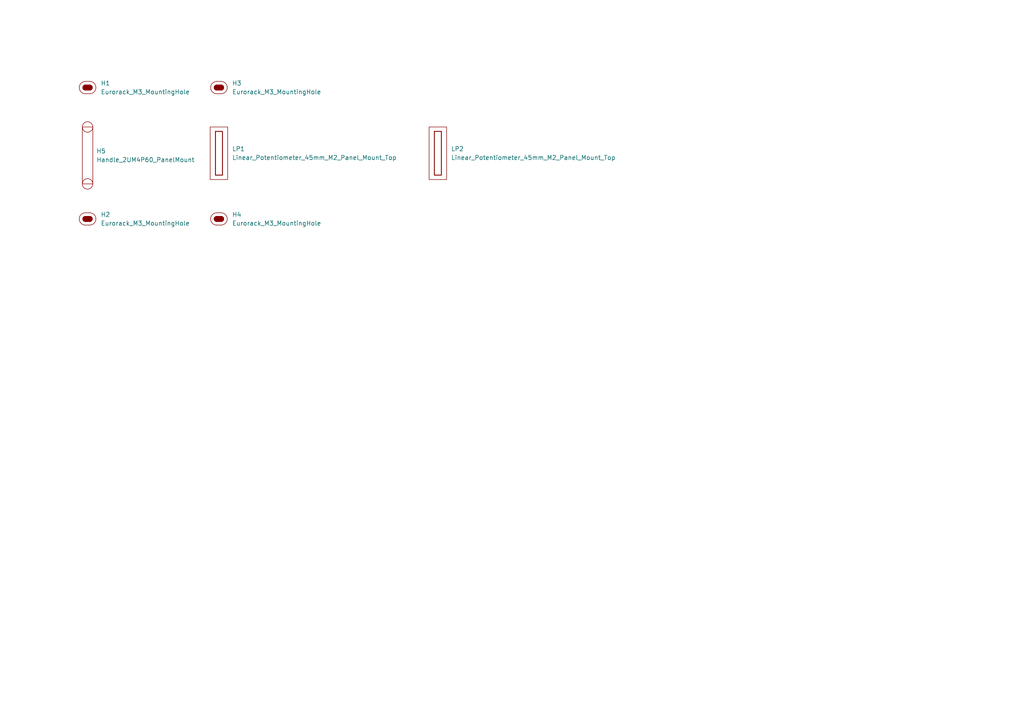
<source format=kicad_sch>
(kicad_sch (version 20250114) (generator "eeschema") (generator_version "9.0")
  (paper "A4")
  (lib_symbols
    (symbol "EXC:Eurorack_M3_MountingHole" (pin_names (offset 1.016))
      (property "Reference" "H" (at 0 5.08 0))
      (property "Value" "Eurorack_M3_MountingHole" (at 0 3.175 0))
      (symbol "Eurorack_M3_MountingHole_0_1"
        (polyline (pts (xy -0.635 0.762) (xy 0.635 0.762)))
        (circle (center -0.635 0) (radius 0.762) (fill (type outline)))
        (arc (start -0.635 -0.762) (mid -1.397 0) (end -0.635 0.762))
        (arc (start -0.635 -1.778) (mid -2.413 0) (end -0.635 1.778))
        (polyline (pts (xy -0.635 -0.762) (xy 0.635 -0.762)))
        (polyline (pts (xy -0.635 -1.778) (xy 0.635 -1.778)))
        (circle (center 0 0) (radius 0.762) (fill (type outline)))
        (polyline (pts (xy 0.635 1.778) (xy -0.635 1.778)))
        (arc (start 0.6141 1.778) (mid 2.4131 0) (end 0.6141 -1.778))
        (arc (start 0.6227 0.762) (mid 1.3971 0) (end 0.6227 -0.762))
        (circle (center 0.635 0) (radius 0.762) (fill (type outline)))
      )
    )
    (symbol "EXC:Handle_2UM4P60_A"
      (property "Reference" "H" (at 0 -2.794 0))
      (property "Value" "Handle_2UM4P60_PanelMount" (at 0.254 -20.828 0))
      (symbol "Handle_2UM4P60_A_0_1"
        (rectangle (start -1.524 0) (end 1.524 -16.51))
        (circle (center 0 0) (radius 1.524))
        (circle (center 0 -16.51) (radius 1.524))
      )
    )
    (symbol "EXC:Linear_Potentiometer_45mm_M2_Panel_Mount_Top" (pin_numbers (hide yes)) (pin_names (offset 0))
      (property "Reference" "LP" (at 0 8.636 0))
      (property "Value" "Linear_Potentiometer_45mm_M2_Panel_Mount_Top" (at 0.254 -8.89 0))
      (symbol "Linear_Potentiometer_45mm_M2_Panel_Mount_Top_0_1"
        (rectangle (start -2.54 7.62) (end 2.54 -7.62))
        (rectangle (start -1.016 6.35) (end 1.016 -6.35) (stroke (width 0.254)))
      )
    )
  )
  (symbol (lib_id "EXC:Linear_Potentiometer_45mm_M2_Panel_Mount_Top") (at 127 44.45 0) (unit 1)
    (property "Reference" "LP2" (at 130.81 43.1799 0) (effects (justify left)))
    (property "Value" "Linear_Potentiometer_45mm_M2_Panel_Mount_Top" (at 130.81 45.7199 0) (effects (justify left)))
    (property "Footprint" "EXC:Linear_Potentiometer_45mm_M2_Panel_Mount_Top" (effects (hide yes)))
    (property "Datasheet" "https://cdn-shop.adafruit.com/product-files/4272/P4272+C13403-001+Data+Sheet+.pdf" (effects (hide yes)))
    (property "Description" "Slide Potentiometer with Knob - 45mm Long - 10KΩ. Panel-mounted with 2x M2 screws, 41mm apart." (effects (hide yes)))
    (property "Source" "https://www.adafruit.com/product/4272" (effects (hide yes)))
  )
  (symbol (lib_id "EXC:Handle_2UM4P60_A") (at 25.4 36.83 0) (unit 1)
    (property "Reference" "H5" (at 27.94 43.8149 0) (effects (justify left)))
    (property "Value" "Handle_2UM4P60_PanelMount" (at 27.94 46.3549 0) (effects (justify left)))
    (property "Footprint" "EXC:Handle_2UM4P60_A" (effects (hide yes)))
    (property "Datasheet" "https://ae-pic-a1.aliexpress-media.com/kf/Sbae1622782804f9f92841f71c2bff088U.jpg" (effects (hide yes)))
    (property "Description" "The part of the 60mm handle that has the holes for the mounting screws" (effects (hide yes)))
    (property "Source" "https://www.aliexpress.com/item/1005007166949940.html" (effects (hide yes)))
  )
  (symbol (lib_id "EXC:Eurorack_M3_MountingHole") (at 25.4 63.5 0) (unit 1)
    (property "Reference" "H2" (at 29.21 62.2299 0) (effects (justify left)))
    (property "Value" "Eurorack_M3_MountingHole" (at 29.21 64.7699 0) (effects (justify left)))
    (property "Footprint" "EXC:MountingHole_3.2mm_M3" (effects (hide yes)))
    (property "Description" "Mounting Hole without connection" (effects (hide yes)))
  )
  (symbol (lib_id "EXC:Eurorack_M3_MountingHole") (at 63.5 25.4 0) (unit 1)
    (property "Reference" "H3" (at 67.31 24.1299 0) (effects (justify left)))
    (property "Value" "Eurorack_M3_MountingHole" (at 67.31 26.6699 0) (effects (justify left)))
    (property "Footprint" "EXC:MountingHole_3.2mm_M3" (effects (hide yes)))
    (property "Description" "Mounting Hole without connection" (effects (hide yes)))
  )
  (symbol (lib_id "EXC:Eurorack_M3_MountingHole") (at 63.5 63.5 0) (unit 1)
    (property "Reference" "H4" (at 67.31 62.2299 0) (effects (justify left)))
    (property "Value" "Eurorack_M3_MountingHole" (at 67.31 64.7699 0) (effects (justify left)))
    (property "Footprint" "EXC:MountingHole_3.2mm_M3" (effects (hide yes)))
    (property "Description" "Mounting Hole without connection" (effects (hide yes)))
  )
  (symbol (lib_id "EXC:Linear_Potentiometer_45mm_M2_Panel_Mount_Top") (at 63.5 44.45 0) (unit 1)
    (property "Reference" "LP1" (at 67.31 43.1799 0) (effects (justify left)))
    (property "Value" "Linear_Potentiometer_45mm_M2_Panel_Mount_Top" (at 67.31 45.7199 0) (effects (justify left)))
    (property "Footprint" "EXC:Linear_Potentiometer_45mm_M2_Panel_Mount_Top" (effects (hide yes)))
    (property "Datasheet" "https://cdn-shop.adafruit.com/product-files/4272/P4272+C13403-001+Data+Sheet+.pdf" (effects (hide yes)))
    (property "Description" "Slide Potentiometer with Knob - 45mm Long - 10KΩ. Panel-mounted with 2x M2 screws, 41mm apart." (effects (hide yes)))
    (property "Source" "https://www.adafruit.com/product/4272" (effects (hide yes)))
  )
  (symbol (lib_id "EXC:Eurorack_M3_MountingHole") (at 25.4 25.4 0) (unit 1)
    (property "Reference" "H1" (at 29.21 24.1299 0) (effects (justify left)))
    (property "Value" "Eurorack_M3_MountingHole" (at 29.21 26.6699 0) (effects (justify left)))
    (property "Footprint" "EXC:MountingHole_3.2mm_M3" (effects (hide yes)))
    (property "Description" "Mounting Hole without connection" (effects (hide yes)))
  )
)
</source>
